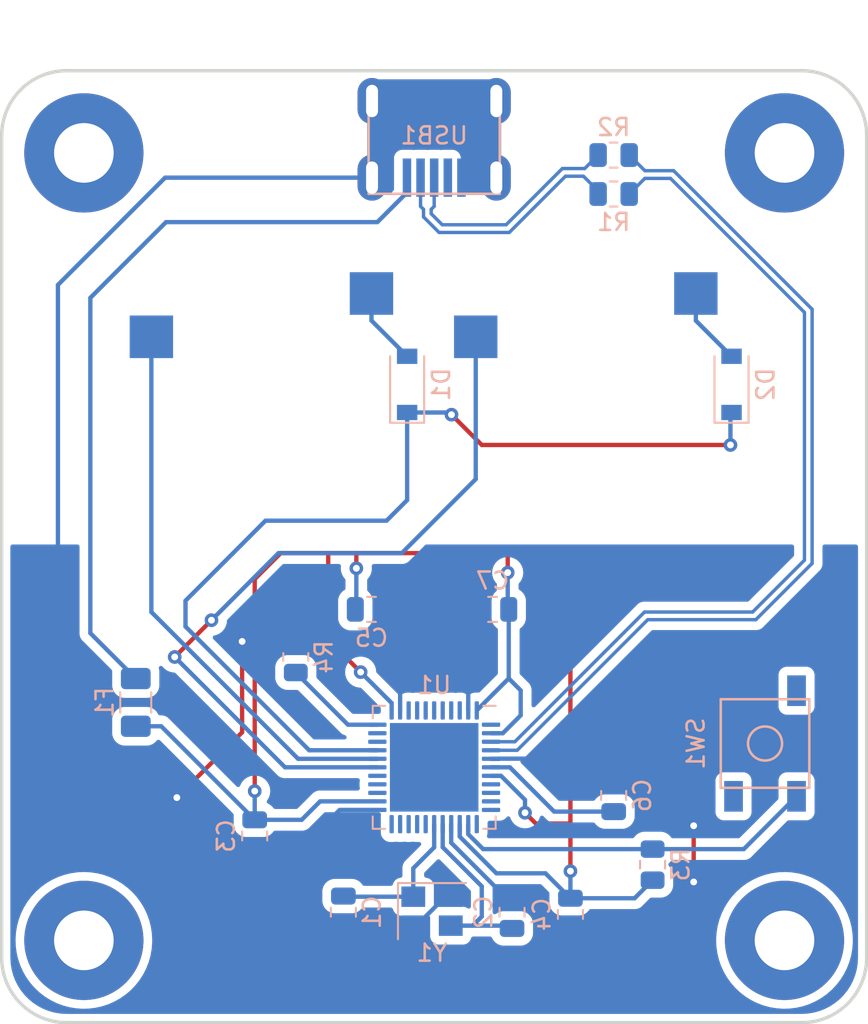
<source format=kicad_pcb>
(kicad_pcb (version 20211014) (generator pcbnew)
  (layers (0 "F.Cu" signal) (31 "B.Cu" signal) (34 "B.Paste" user) (35 "F.Paste" user) (36 "B.SilkS" user "B.Silkscreen") (37 "F.SilkS" user "F.Silkscreen") (38 "B.Mask" user) (39 "F.Mask" user) (44 "Edge.Cuts" user))
  (net 0 "")
  (net 1 "GND")
  (net 2 "Net-(C1-Pad2)")
  (net 3 "Net-(C2-Pad2)")
  (net 4 "+5V")
  (net 5 "Net-(C6-Pad1)")
  (net 6 "ROW0")
  (net 7 "Net-(D1-Pad2)")
  (net 8 "Net-(D2-Pad2)")
  (net 9 "VCC")
  (net 10 "COL0")
  (net 11 "COL1")
  (net 12 "D-")
  (net 13 "D+")
  (net 14 "Net-(R3-Pad2)")
  (net 15 "Net-(R4-Pad1)")
  (net 40 "Net-(R1-Pad2)")
  (net 41 "Net-(R2-Pad2)")
  (footprint "" (layer "F.Cu") (at 106.426 79.756)
    (fp_text reference "" (at 0 0) (layer "F.SilkS") (effects (font (size 1.27 1.27))))
    (fp_text value "" (at 0 0) (layer "F.SilkS") (effects (font (size 1.27 1.27))))
    (pad "1" thru_hole circle (at 0 0) (size 7 7) (drill 3.5) (layers F&B.Cu *.Mask))
  )
  (footprint "" (layer "F.Cu") (at 147.574 79.756)
    (fp_text reference "" (at 0 0) (layer "F.SilkS") (effects (font (size 1.27 1.27))))
    (fp_text value "" (at 0 0) (layer "F.SilkS") (effects (font (size 1.27 1.27))))
    (pad "1" thru_hole circle (at 0 0) (size 7 7) (drill 3.5) (layers F&B.Cu *.Mask))
  )
  (footprint "MX_Only:MXOnly-1U-Hotswap" (layer "F.Cu") (at 136.525 93.091)
    (fp_text reference "MX2")
    (fp_text value "MX-NoLED")
    (pad "" np_thru_hole circle locked (at 2.54 -5.08) (size 3 3) (drill 3) (layers *.Cu *.Mask))
    (pad "" np_thru_hole circle locked (at -3.81 -2.54) (size 3 3) (drill 3) (layers *.Cu *.Mask))
    (pad "" np_thru_hole circle locked (at 0 0) (size 3.9878 3.9878) (drill 3.9878) (layers *.Cu *.Mask))
    (pad "" np_thru_hole circle locked (at 5.08 0 48.0996) (size 1.75 1.75) (drill 1.75) (layers *.Cu *.Mask))
    (pad "" np_thru_hole circle locked (at -5.08 0 48.0996) (size 1.75 1.75) (drill 1.75) (layers *.Cu *.Mask))
    (pad "1" smd rect locked (at -7.085 -2.54) (size 2.55 2.5) (layers "B.Cu" "B.Paste" "B.Mask") (net 11 "COL1"))
    (pad "2" smd rect locked (at 5.842 -5.08) (size 2.55 2.5) (layers "B.Cu" "B.Paste" "B.Mask") (net 8 "Net-(D2-Pad2)"))
  )
  (footprint "" (layer "F.Cu") (at 147.574 125.984)
    (fp_text reference "" (at 0 0) (layer "F.SilkS") (effects (font (size 1.27 1.27))))
    (fp_text value "" (at 0 0) (layer "F.SilkS") (effects (font (size 1.27 1.27))))
    (pad "1" thru_hole circle (at 0 0) (size 7 7) (drill 3.5) (layers F&B.Cu *.Mask))
  )
  (footprint "" (layer "F.Cu") (at 106.426 125.984)
    (fp_text reference "" (at 0 0) (layer "F.SilkS") (effects (font (size 1.27 1.27))))
    (fp_text value "" (at 0 0) (layer "F.SilkS") (effects (font (size 1.27 1.27))))
    (pad "1" thru_hole circle (at 0 0) (size 7 7) (drill 3.5) (layers F&B.Cu *.Mask))
  )
  (footprint "MX_Only:MXOnly-1U-Hotswap" (layer "F.Cu") (at 117.475 93.091)
    (fp_text reference "MX1")
    (fp_text value "MX-NoLED")
    (pad "" np_thru_hole circle locked (at 5.08 0 48.0996) (size 1.75 1.75) (drill 1.75) (layers *.Cu *.Mask))
    (pad "" np_thru_hole circle locked (at 2.54 -5.08) (size 3 3) (drill 3) (layers *.Cu *.Mask))
    (pad "" np_thru_hole circle locked (at 0 0) (size 3.9878 3.9878) (drill 3.9878) (layers *.Cu *.Mask))
    (pad "" np_thru_hole circle locked (at -5.08 0 48.0996) (size 1.75 1.75) (drill 1.75) (layers *.Cu *.Mask))
    (pad "" np_thru_hole circle locked (at -3.81 -2.54) (size 3 3) (drill 3) (layers *.Cu *.Mask))
    (pad "1" smd rect locked (at -7.085 -2.54) (size 2.55 2.5) (layers "B.Cu" "B.Paste" "B.Mask") (net 10 "COL0"))
    (pad "2" smd rect locked (at 5.842 -5.08) (size 2.55 2.5) (layers "B.Cu" "B.Paste" "B.Mask") (net 7 "Net-(D1-Pad2)"))
  )
  (footprint "Resistor_SMD:R_0805_2012Metric" (layer "B.Cu") (at 137.541 82.169)
    (fp_text reference "R1" (at 0 1.65) (layer "B.SilkS") (effects (justify mirror)))
    (fp_text value "22")
    (fp_line (start -0.227064 -0.735) (end 0.227064 -0.735) (layer "B.SilkS") (width 0.12))
    (fp_line (start -0.227064 0.735) (end 0.227064 0.735) (layer "B.SilkS") (width 0.12))
    (pad "1" smd roundrect (at -0.9125 0) (size 1.025 1.4) (layers "B.Cu" "B.Paste" "B.Mask") (roundrect_rratio 0.243902439) (net 12 "D-"))
    (pad "2" smd roundrect (at 0.9125 0) (size 1.025 1.4) (layers "B.Cu" "B.Paste" "B.Mask") (roundrect_rratio 0.243902439) (net 40 "Net-(R1-Pad2)"))
  )
  (footprint "Capacitor_SMD:C_0805_2012Metric" (layer "B.Cu") (at 121.666 124.333 90)
    (fp_text reference "C1" (at 0 1.68 90) (layer "B.SilkS") (effects (justify mirror)))
    (fp_text value "22pF")
    (fp_line (start -0.261252 0.735) (end 0.261252 0.735) (layer "B.SilkS") (width 0.12))
    (fp_line (start -0.261252 -0.735) (end 0.261252 -0.735) (layer "B.SilkS") (width 0.12))
    (pad "1" smd roundrect (at -0.95 0 90) (size 1 1.45) (layers "B.Cu" "B.Paste" "B.Mask") (net 1 "GND"))
    (pad "2" smd roundrect (at 0.95 0 90) (size 1 1.45) (layers "B.Cu" "B.Paste" "B.Mask") (net 2 "Net-(C1-Pad2)"))
  )
  (footprint "Fuse:Fuse_1206_3216Metric" (layer "B.Cu") (at 109.474 112.014 -90)
    (fp_text reference "F1" (at 0 1.82 90) (layer "B.SilkS") (effects (justify mirror)))
    (fp_text value "500mA")
    (fp_line (start -0.602064 0.91) (end 0.602064 0.91) (layer "B.SilkS") (width 0.12))
    (fp_line (start -0.602064 -0.91) (end 0.602064 -0.91) (layer "B.SilkS") (width 0.12))
    (pad "1" smd roundrect (at -1.4 0 270) (size 1.25 1.75) (layers "B.Cu" "B.Paste" "B.Mask") (roundrect_rratio 0.2) (net 9 "VCC"))
    (pad "2" smd roundrect (at 1.4 0 270) (size 1.25 1.75) (layers "B.Cu" "B.Paste" "B.Mask") (roundrect_rratio 0.2) (net 4 "+5V"))
  )
  (footprint "Capacitor_SMD:C_0805_2012Metric" (layer "B.Cu") (at 135.001 124.46 -90)
    (fp_text reference "C4" (at 0 1.68 90) (layer "B.SilkS") (effects (justify mirror)))
    (fp_text value "0.1uF")
    (fp_line (start -0.261252 0.735) (end 0.261252 0.735) (layer "B.SilkS") (width 0.12))
    (fp_line (start -0.261252 -0.735) (end 0.261252 -0.735) (layer "B.SilkS") (width 0.12))
    (pad "1" smd roundrect (at -0.95 0 270) (size 1 1.45) (layers "B.Cu" "B.Paste" "B.Mask") (net 4 "+5V"))
    (pad "2" smd roundrect (at 0.95 0 270) (size 1 1.45) (layers "B.Cu" "B.Paste" "B.Mask") (net 1 "GND"))
  )
  (footprint "Resistor_SMD:R_0805_2012Metric" (layer "B.Cu") (at 139.827 121.539 90)
    (fp_text reference "R3" (at 0 1.65 90) (layer "B.SilkS") (effects (justify mirror)))
    (fp_text value "10k")
    (fp_line (start -0.227064 -0.735) (end 0.227064 -0.735) (layer "B.SilkS") (width 0.12))
    (fp_line (start -0.227064 0.735) (end 0.227064 0.735) (layer "B.SilkS") (width 0.12))
    (pad "1" smd roundrect (at -0.9125 0 90) (size 1.025 1.4) (layers "B.Cu" "B.Paste" "B.Mask") (roundrect_rratio 0.243902439) (net 4 "+5V"))
    (pad "2" smd roundrect (at 0.9125 0 90) (size 1.025 1.4) (layers "B.Cu" "B.Paste" "B.Mask") (roundrect_rratio 0.243902439) (net 14 "Net-(R3-Pad2)"))
  )
  (footprint "random-keyboard-parts:SKQG-1155865" (layer "B.Cu") (at 146.431 114.427 90)
    (fp_text reference "SW1" (at 0 -4.064 90) (layer "B.SilkS") (effects (justify mirror)))
    (fp_text value "SW_PUSH")
    (fp_line (start -2.6 2.6) (end 2.6 2.6) (layer "B.SilkS") (width 0.15))
    (fp_line (start 2.6 -2.6) (end -2.6 -2.6) (layer "B.SilkS") (width 0.15))
    (fp_line (start 2.6 2.6) (end 2.6 -2.6) (layer "B.SilkS") (width 0.15))
    (fp_line (start -2.6 -2.6) (end -2.6 2.6) (layer "B.SilkS") (width 0.15))
    (fp_circle (center 0 0) (end 1 0) (layer "B.SilkS") (width 0.15) (fill none))
    (pad "1" smd rect locked (at 3.1 -1.85 90) (size 1.8 1.1) (layers "B.Cu" "B.Paste" "B.Mask") (net 1 "GND"))
    (pad "2" smd rect locked (at -3.1 1.85 90) (size 1.8 1.1) (layers "B.Cu" "B.Paste" "B.Mask") (net 14 "Net-(R3-Pad2)"))
    (pad "3" smd rect locked (at 3.1 1.85 90) (size 1.8 1.1) (layers "B.Cu" "B.Paste" "B.Mask"))
    (pad "4" smd rect locked (at -3.1 -1.85 90) (size 1.8 1.1) (layers "B.Cu" "B.Paste" "B.Mask"))
  )
  (footprint "Capacitor_SMD:C_0805_2012Metric" (layer "B.Cu") (at 116.459 119.85625 -90)
    (fp_text reference "C3" (at 0 1.68 90) (layer "B.SilkS") (effects (justify mirror)))
    (fp_text value "0.1uF")
    (fp_line (start -0.261252 -0.735) (end 0.261252 -0.735) (layer "B.SilkS") (width 0.12))
    (fp_line (start -0.261252 0.735) (end 0.261252 0.735) (layer "B.SilkS") (width 0.12))
    (pad "1" smd roundrect (at -0.95 0 270) (size 1 1.45) (layers "B.Cu" "B.Paste" "B.Mask") (net 4 "+5V"))
    (pad "2" smd roundrect (at 0.95 0 270) (size 1 1.45) (layers "B.Cu" "B.Paste" "B.Mask") (net 1 "GND"))
  )
  (footprint "Capacitor_SMD:C_0805_2012Metric" (layer "B.Cu") (at 130.429 106.553 180)
    (fp_text reference "C7" (at 0 1.68) (layer "B.SilkS") (effects (justify mirror)))
    (fp_text value "10uF")
    (fp_line (start -0.261252 0.735) (end 0.261252 0.735) (layer "B.SilkS") (width 0.12))
    (fp_line (start -0.261252 -0.735) (end 0.261252 -0.735) (layer "B.SilkS") (width 0.12))
    (pad "1" smd roundrect (at -0.95 0 180) (size 1 1.45) (layers "B.Cu" "B.Paste" "B.Mask") (net 4 "+5V"))
    (pad "2" smd roundrect (at 0.95 0 180) (size 1 1.45) (layers "B.Cu" "B.Paste" "B.Mask") (net 1 "GND"))
  )
  (footprint "Diode_SMD:D_SOD-123" (layer "B.Cu") (at 144.4625 93.345 90)
    (fp_text reference "D2" (at 0 2 90) (layer "B.SilkS") (effects (justify mirror)))
    (fp_text value "SOD-123")
    (fp_line (start -2.25 -1) (end 1.65 -1) (layer "B.SilkS") (width 0.12))
    (fp_line (start -2.25 1) (end -2.25 -1) (layer "B.SilkS") (width 0.12))
    (fp_line (start -2.25 1) (end 1.65 1) (layer "B.SilkS") (width 0.12))
    (pad "1" smd rect (at -1.65 0 90) (size 0.9 1.2) (layers "B.Cu" "B.Paste" "B.Mask") (net 6 "ROW0"))
    (pad "2" smd rect (at 1.65 0 90) (size 0.9 1.2) (layers "B.Cu" "B.Paste" "B.Mask") (net 8 "Net-(D2-Pad2)"))
  )
  (footprint "random-keyboard-parts:Molex-0548190589" (layer "B.Cu") (at 127 76.708 -90)
    (fp_text reference "USB1" (at 2.032 0) (layer "B.SilkS") (effects (justify mirror)))
    (fp_text value "Molex-0548190589")
    (fp_line (start 5.45 3.85) (end 5.45 -3.85) (layer "B.SilkS") (width 0.15))
    (fp_line (start 0 -3.85) (end 5.45 -3.85) (layer "B.SilkS") (width 0.15))
    (fp_line (start 0 3.85) (end 5.45 3.85) (layer "B.SilkS") (width 0.15))
    (pad "1" smd rect locked (at 4.5 -1.6 270) (size 2.25 0.5) (layers "B.Cu" "B.Paste" "B.Mask") (net 1 "GND"))
    (pad "2" smd rect locked (at 4.5 -0.8 270) (size 2.25 0.5) (layers "B.Cu" "B.Paste" "B.Mask"))
    (pad "3" smd rect locked (at 4.5 0 270) (size 2.25 0.5) (layers "B.Cu" "B.Paste" "B.Mask") (net 13 "D+"))
    (pad "4" smd rect locked (at 4.5 0.8 270) (size 2.25 0.5) (layers "B.Cu" "B.Paste" "B.Mask") (net 12 "D-"))
    (pad "5" smd rect locked (at 4.5 1.6 270) (size 2.25 0.5) (layers "B.Cu" "B.Paste" "B.Mask") (net 9 "VCC"))
    (pad "6" thru_hole oval locked (at 0 3.65 270) (size 2.7 1.7) (drill oval 1.9 0.7) (layers *.Cu *.Mask) (net 1 "GND"))
    (pad "6" thru_hole oval locked (at 4.5 -3.65 270) (size 2.7 1.7) (drill oval 1.9 0.7) (layers *.Cu *.Mask) (net 1 "GND"))
    (pad "6" thru_hole oval locked (at 4.5 3.65 270) (size 2.7 1.7) (drill oval 1.9 0.7) (layers *.Cu *.Mask) (net 1 "GND"))
    (pad "6" thru_hole oval locked (at 0 -3.65 270) (size 2.7 1.7) (drill oval 1.9 0.7) (layers *.Cu *.Mask) (net 1 "GND"))
  )
  (footprint "Capacitor_SMD:C_0805_2012Metric" (layer "B.Cu") (at 131.572 124.333 -90)
    (fp_text reference "C2" (at 0 1.68 90) (layer "B.SilkS") (effects (justify mirror)))
    (fp_text value "22pF")
    (fp_line (start -0.261252 -0.735) (end 0.261252 -0.735) (layer "B.SilkS") (width 0.12))
    (fp_line (start -0.261252 0.735) (end 0.261252 0.735) (layer "B.SilkS") (width 0.12))
    (pad "1" smd roundrect (at -0.95 0 270) (size 1 1.45) (layers "B.Cu" "B.Paste" "B.Mask") (net 1 "GND"))
    (pad "2" smd roundrect (at 0.95 0 270) (size 1 1.45) (layers "B.Cu" "B.Paste" "B.Mask") (net 3 "Net-(C2-Pad2)"))
  )
  (footprint "Resistor_SMD:R_0805_2012Metric" (layer "B.Cu") (at 118.872 109.347 90)
    (fp_text reference "R4" (at 0 1.65 90) (layer "B.SilkS") (effects (justify mirror)))
    (fp_text value "10k")
    (fp_line (start -0.227064 0.735) (end 0.227064 0.735) (layer "B.SilkS") (width 0.12))
    (fp_line (start -0.227064 -0.735) (end 0.227064 -0.735) (layer "B.SilkS") (width 0.12))
    (pad "1" smd roundrect (at -0.9125 0 90) (size 1.025 1.4) (layers "B.Cu" "B.Paste" "B.Mask") (roundrect_rratio 0.243902439) (net 15 "Net-(R4-Pad1)"))
    (pad "2" smd roundrect (at 0.9125 0 90) (size 1.025 1.4) (layers "B.Cu" "B.Paste" "B.Mask") (roundrect_rratio 0.243902439) (net 1 "GND"))
  )
  (footprint "Diode_SMD:D_SOD-123" (layer "B.Cu") (at 125.4125 93.345 90)
    (fp_text reference "D1" (at 0 2 90) (layer "B.SilkS") (effects (justify mirror)))
    (fp_text value "SOD-123")
    (fp_line (start -2.25 -1) (end 1.65 -1) (layer "B.SilkS") (width 0.12))
    (fp_line (start -2.25 1) (end 1.65 1) (layer "B.SilkS") (width 0.12))
    (fp_line (start -2.25 1) (end -2.25 -1) (layer "B.SilkS") (width 0.12))
    (pad "1" smd rect (at -1.65 0 90) (size 0.9 1.2) (layers "B.Cu" "B.Paste" "B.Mask") (net 6 "ROW0"))
    (pad "2" smd rect (at 1.65 0 90) (size 0.9 1.2) (layers "B.Cu" "B.Paste" "B.Mask") (net 7 "Net-(D1-Pad2)"))
  )
  (footprint "Capacitor_SMD:C_0805_2012Metric" (layer "B.Cu") (at 123.317 106.553)
    (fp_text reference "C5" (at 0 1.68) (layer "B.SilkS") (effects (justify mirror)))
    (fp_text value "0.1uF")
    (fp_line (start -0.261252 0.735) (end 0.261252 0.735) (layer "B.SilkS") (width 0.12))
    (fp_line (start -0.261252 -0.735) (end 0.261252 -0.735) (layer "B.SilkS") (width 0.12))
    (pad "1" smd roundrect (at -0.95 0) (size 1 1.45) (layers "B.Cu" "B.Paste" "B.Mask") (net 4 "+5V"))
    (pad "2" smd roundrect (at 0.95 0) (size 1 1.45) (layers "B.Cu" "B.Paste" "B.Mask") (net 1 "GND"))
  )
  (footprint "Package_DFN_QFN:QFN-44-1EP_7x7mm_P0.5mm_EP5.2x5.2mm" (layer "B.Cu") (at 127 115.824 180)
    (fp_text reference "U1" (at 0 4.82) (layer "B.SilkS") (effects (justify mirror)))
    (fp_text value "ATmega32U4-M")
    (fp_line (start -3.61 -3.61) (end -3.61 -2.885) (layer "B.SilkS") (width 0.12))
    (fp_line (start 2.885 3.61) (end 3.61 3.61) (layer "B.SilkS") (width 0.12))
    (fp_line (start 2.885 -3.61) (end 3.61 -3.61) (layer "B.SilkS") (width 0.12))
    (fp_line (start 3.61 -3.61) (end 3.61 -2.885) (layer "B.SilkS") (width 0.12))
    (fp_line (start -2.885 -3.61) (end -3.61 -3.61) (layer "B.SilkS") (width 0.12))
    (fp_line (start 3.61 3.61) (end 3.61 2.885) (layer "B.SilkS") (width 0.12))
    (fp_line (start -2.885 3.61) (end -3.61 3.61) (layer "B.SilkS") (width 0.12))
    (pad "1" smd roundrect (at -3.3375 2.5 180) (size 1.075 0.25) (layers "B.Cu" "B.Paste" "B.Mask"))
    (pad "2" smd roundrect (at -3.3375 2 180) (size 1.075 0.25) (layers "B.Cu" "B.Paste" "B.Mask") (net 4 "+5V"))
    (pad "3" smd roundrect (at -3.3375 1.5 180) (size 1.075 0.25) (layers "B.Cu" "B.Paste" "B.Mask") (net 40 "Net-(R1-Pad2)"))
    (pad "4" smd roundrect (at -3.3375 1 180) (size 1.075 0.25) (layers "B.Cu" "B.Paste" "B.Mask") (net 41 "Net-(R2-Pad2)"))
    (pad "5" smd roundrect (at -3.3375 0.5 180) (size 1.075 0.25) (layers "B.Cu" "B.Paste" "B.Mask") (net 1 "GND"))
    (pad "6" smd roundrect (at -3.3375 0 180) (size 1.075 0.25) (layers "B.Cu" "B.Paste" "B.Mask") (net 5 "Net-(C6-Pad1)"))
    (pad "7" smd roundrect (at -3.3375 -0.5 180) (size 1.075 0.25) (layers "B.Cu" "B.Paste" "B.Mask") (net 4 "+5V"))
    (pad "8" smd roundrect (at -3.3375 -1 180) (size 1.075 0.25) (layers "B.Cu" "B.Paste" "B.Mask"))
    (pad "9" smd roundrect (at -3.3375 -1.5 180) (size 1.075 0.25) (layers "B.Cu" "B.Paste" "B.Mask"))
    (pad "10" smd roundrect (at -3.3375 -2 180) (size 1.075 0.25) (layers "B.Cu" "B.Paste" "B.Mask"))
    (pad "11" smd roundrect (at -3.3375 -2.5 180) (size 1.075 0.25) (layers "B.Cu" "B.Paste" "B.Mask"))
    (pad "12" smd roundrect (at -2.5 -3.3375 180) (size 0.25 1.075) (layers "B.Cu" "B.Paste" "B.Mask"))
    (pad "13" smd roundrect (at -2 -3.3375 180) (size 0.25 1.075) (layers "B.Cu" "B.Paste" "B.Mask") (net 14 "Net-(R3-Pad2)"))
    (pad "14" smd roundrect (at -1.5 -3.3375 180) (size 0.25 1.075) (layers "B.Cu" "B.Paste" "B.Mask") (net 4 "+5V"))
    (pad "15" smd roundrect (at -1 -3.3375 180) (size 0.25 1.075) (layers "B.Cu" "B.Paste" "B.Mask") (net 1 "GND"))
    (pad "16" smd roundrect (at -0.5 -3.3375 180) (size 0.25 1.075) (layers "B.Cu" "B.Paste" "B.Mask") (net 3 "Net-(C2-Pad2)"))
    (pad "17" smd roundrect (at 0 -3.3375 180) (size 0.25 1.075) (layers "B.Cu" "B.Paste" "B.Mask") (net 2 "Net-(C1-Pad2)"))
    (pad "18" smd roundrect (at 0.5 -3.3375 180) (size 0.25 1.075) (layers "B.Cu" "B.Paste" "B.Mask"))
    (pad "19" smd roundrect (at 1 -3.3375 180) (size 0.25 1.075) (layers "B.Cu" "B.Paste" "B.Mask"))
    (pad "20" smd roundrect (at 1.5 -3.3375 180) (size 0.25 1.075) (layers "B.Cu" "B.Paste" "B.Mask"))
    (pad "21" smd roundrect (at 2 -3.3375 180) (size 0.25 1.075) (layers "B.Cu" "B.Paste" "B.Mask"))
    (pad "22" smd roundrect (at 2.5 -3.3375 180) (size 0.25 1.075) (layers "B.Cu" "B.Paste" "B.Mask"))
    (pad "23" smd roundrect (at 3.3375 -2.5 180) (size 1.075 0.25) (layers "B.Cu" "B.Paste" "B.Mask") (net 1 "GND"))
    (pad "24" smd roundrect (at 3.3375 -2 180) (size 1.075 0.25) (layers "B.Cu" "B.Paste" "B.Mask") (net 4 "+5V"))
    (pad "25" smd roundrect (at 3.3375 -1.5 180) (size 1.075 0.25) (layers "B.Cu" "B.Paste" "B.Mask"))
    (pad "26" smd roundrect (at 3.3375 -1 180) (size 1.075 0.25) (layers "B.Cu" "B.Paste" "B.Mask"))
    (pad "27" smd roundrect (at 3.3375 -0.5 180) (size 1.075 0.25) (layers "B.Cu" "B.Paste" "B.Mask"))
    (pad "28" smd roundrect (at 3.3375 0 180) (size 1.075 0.25) (layers "B.Cu" "B.Paste" "B.Mask") (net 11 "COL1"))
    (pad "29" smd roundrect (at 3.3375 0.5 180) (size 1.075 0.25) (layers "B.Cu" "B.Paste" "B.Mask") (net 10 "COL0"))
    (pad "30" smd roundrect (at 3.3375 1 180) (size 1.075 0.25) (layers "B.Cu" "B.Paste" "B.Mask") (net 6 "ROW0"))
    (pad "31" smd roundrect (at 3.3375 1.5 180) (size 1.075 0.25) (layers "B.Cu" "B.Paste" "B.Mask"))
    (pad "32" smd roundrect (at 3.3375 2 180) (size 1.075 0.25) (layers "B.Cu" "B.Paste" "B.Mask"))
    (pad "33" smd roundrect (at 3.3375 2.5 180) (size 1.075 0.25) (layers "B.Cu" "B.Paste" "B.Mask") (net 15 "Net-(R4-Pad1)"))
    (pad "34" smd roundrect (at 2.5 3.3375 180) (size 0.25 1.075) (layers "B.Cu" "B.Paste" "B.Mask") (net 4 "+5V"))
    (pad "35" smd roundrect (at 2 3.3375 180) (size 0.25 1.075) (layers "B.Cu" "B.Paste" "B.Mask") (net 1 "GND"))
    (pad "36" smd roundrect (at 1.5 3.3375 180) (size 0.25 1.075) (layers "B.Cu" "B.Paste" "B.Mask"))
    (pad "37" smd roundrect (at 1 3.3375 180) (size 0.25 1.075) (layers "B.Cu" "B.Paste" "B.Mask"))
    (pad "38" smd roundrect (at 0.5 3.3375 180) (size 0.25 1.075) (layers "B.Cu" "B.Paste" "B.Mask"))
    (pad "39" smd roundrect (at 0 3.3375 180) (size 0.25 1.075) (layers "B.Cu" "B.Paste" "B.Mask"))
    (pad "40" smd roundrect (at -0.5 3.3375 180) (size 0.25 1.075) (layers "B.Cu" "B.Paste" "B.Mask"))
    (pad "41" smd roundrect (at -1 3.3375 180) (size 0.25 1.075) (layers "B.Cu" "B.Paste" "B.Mask"))
    (pad "42" smd roundrect (at -1.5 3.3375 180) (size 0.25 1.075) (layers "B.Cu" "B.Paste" "B.Mask"))
    (pad "43" smd roundrect (at -2 3.3375 180) (size 0.25 1.075) (layers "B.Cu" "B.Paste" "B.Mask") (net 1 "GND"))
    (pad "44" smd roundrect (at -2.5 3.3375 180) (size 0.25 1.075) (layers "B.Cu" "B.Paste" "B.Mask") (net 4 "+5V"))
    (pad "45" smd rect (at 0 0 180) (size 5.2 5.2) (layers "B.Cu" "B.Mask"))
  )
  (footprint "Crystal:Crystal_SMD_3225-4Pin_3.2x2.5mm" (layer "B.Cu") (at 126.873 124.2695)
    (fp_text reference "Y1" (at 0 2.45) (layer "B.SilkS") (effects (justify mirror)))
    (fp_text value "16MHz")
    (fp_line (start -2 1.65) (end -2 -1.65) (layer "B.SilkS") (width 0.12))
    (fp_line (start -2 -1.65) (end 2 -1.65) (layer "B.SilkS") (width 0.12))
    (pad "1" smd rect (at -1.1 -0.85) (size 1.4 1.2) (layers "B.Cu" "B.Paste" "B.Mask") (net 2 "Net-(C1-Pad2)"))
    (pad "2" smd rect (at 1.1 -0.85) (size 1.4 1.2) (layers "B.Cu" "B.Paste" "B.Mask") (net 1 "GND"))
    (pad "3" smd rect (at 1.1 0.85) (size 1.4 1.2) (layers "B.Cu" "B.Paste" "B.Mask") (net 3 "Net-(C2-Pad2)"))
    (pad "4" smd rect (at -1.1 0.85) (size 1.4 1.2) (layers "B.Cu" "B.Paste" "B.Mask") (net 1 "GND"))
  )
  (footprint "Resistor_SMD:R_0805_2012Metric" (layer "B.Cu") (at 137.541 79.883)
    (fp_text reference "R2" (at 0 -1.633) (layer "B.SilkS") (effects (justify mirror)))
    (fp_text value "22")
    (fp_line (start -0.227064 -0.735) (end 0.227064 -0.735) (layer "B.SilkS") (width 0.12))
    (fp_line (start -0.227064 0.735) (end 0.227064 0.735) (layer "B.SilkS") (width 0.12))
    (pad "1" smd roundrect (at -0.9125 0) (size 1.025 1.4) (layers "B.Cu" "B.Paste" "B.Mask") (roundrect_rratio 0.243902439) (net 13 "D+"))
    (pad "2" smd roundrect (at 0.9125 0) (size 1.025 1.4) (layers "B.Cu" "B.Paste" "B.Mask") (roundrect_rratio 0.243902439) (net 41 "Net-(R2-Pad2)"))
  )
  (footprint "Capacitor_SMD:C_0805_2012Metric" (layer "B.Cu") (at 137.541 117.475 90)
    (fp_text reference "C6" (at 0 1.68 90) (layer "B.SilkS") (effects (justify mirror)))
    (fp_text value "1uF")
    (fp_line (start -0.261252 0.735) (end 0.261252 0.735) (layer "B.SilkS") (width 0.12))
    (fp_line (start -0.261252 -0.735) (end 0.261252 -0.735) (layer "B.SilkS") (width 0.12))
    (pad "1" smd roundrect (at -0.95 0 90) (size 1 1.45) (layers "B.Cu" "B.Paste" "B.Mask") (net 5 "Net-(C6-Pad1)"))
    (pad "2" smd roundrect (at 0.95 0 90) (size 1 1.45) (layers "B.Cu" "B.Paste" "B.Mask") (net 1 "GND"))
  )
  (gr_line (start 148.59 130.81) (end 105.41 130.81) (layer "Edge.Cuts") (width 0.2))
  (gr_line (start 101.6 127) (end 101.6 78.74) (layer "Edge.Cuts") (width 0.2))
  (gr_arc (start 101.6 78.74) (mid 102.715923 76.045923) (end 105.41 74.93) (layer "Edge.Cuts") (width 0.2))
  (gr_arc (start 105.41 130.81) (mid 102.715923 129.694077) (end 101.6 127) (layer "Edge.Cuts") (width 0.2))
  (gr_line (start 152.4 78.74) (end 152.4 127) (layer "Edge.Cuts") (width 0.2))
  (gr_line (start 105.41 74.93) (end 148.59 74.93) (layer "Edge.Cuts") (width 0.2))
  (gr_arc (start 152.4 127) (mid 151.284077 129.694077) (end 148.59 130.81) (layer "Edge.Cuts") (width 0.2))
  (gr_arc (start 148.59 74.93) (mid 151.284077 76.045923) (end 152.4 78.74) (layer "Edge.Cuts") (width 0.2))
  (segment (start 142.24 119.253) (end 142.24 122.555) (width 0.254) (layer "F.Cu") (net 1))
  (segment (start 115.7205 113.7685) (end 115.7205 108.4345) (width 0.254) (layer "F.Cu") (net 1))
  (segment (start 111.887 117.602) (end 115.7205 113.7685) (width 0.254) (layer "F.Cu") (net 1))
  (via (at 142.24 119.253) (size 0.8) (drill 0.4) (layers "F.Cu" "B.Cu") (net 1))
  (via (at 142.24 122.555) (size 0.8) (drill 0.4) (layers "F.Cu" "B.Cu") (net 1))
  (via (at 115.7205 108.4345) (size 0.8) (drill 0.4) (layers "F.Cu" "B.Cu") (net 1))
  (via (at 111.887 117.602) (size 0.8) (drill 0.4) (layers "F.Cu" "B.Cu") (net 1))
  (segment (start 130.3375 115.324) (end 130.802 115.324) (width 0.254) (layer "B.Cu") (net 1))
  (segment (start 121.8295 125.1195) (end 125.773 125.1195) (width 0.254) (layer "B.Cu") (net 1))
  (segment (start 115.09125 120.80625) (end 111.887 117.602) (width 0.254) (layer "B.Cu") (net 1))
  (segment (start 125.9595 125.1195) (end 125.773 125.1195) (width 0.254) (layer "B.Cu") (net 1))
  (segment (start 128 119.1615) (end 128 120.253) (width 0.254) (layer "B.Cu") (net 1))
  (segment (start 123.35 76.708) (end 123.35 81.208) (width 0.254) (layer "B.Cu") (net 1))
  (segment (start 130.81 115.316) (end 136.332 115.316) (width 0.254) (layer "B.Cu") (net 1))
  (segment (start 139.512 116.525) (end 142.24 119.253) (width 0.254) (layer "B.Cu") (net 1))
  (segment (start 129 112.4865) (end 129 107.032) (width 0.254) (layer "B.Cu") (net 1))
  (segment (start 121.666 125.283) (end 121.8295 125.1195) (width 0.254) (layer "B.Cu") (net 1))
  (segment (start 137.541 116.525) (end 139.512 116.525) (width 0.254) (layer "B.Cu") (net 1))
  (segment (start 135.001 126.619) (end 135.001 125.41) (width 0.254) (layer "B.Cu") (net 1))
  (segment (start 142.739 111.327) (end 144.581 111.327) (width 0.254) (layer "B.Cu") (net 1))
  (segment (start 125.773 125.1195) (end 125.773 127.297) (width 0.254) (layer "B.Cu") (net 1))
  (segment (start 130.802 115.324) (end 130.81 115.316) (width 0.254) (layer "B.Cu") (net 1))
  (segment (start 130.65 81.208) (end 130.65 76.708) (width 0.254) (layer "B.Cu") (net 1))
  (segment (start 125 109.586) (end 123.8485 108.4345) (width 0.254) (layer "B.Cu") (net 1))
  (segment (start 128 120.253) (end 131.13 123.383) (width 0.254) (layer "B.Cu") (net 1))
  (segment (start 123.35 76.708) (end 130.65 76.708) (width 0.254) (layer "B.Cu") (net 1))
  (segment (start 124.267 108.016) (end 124.267 106.553) (width 0.254) (layer "B.Cu") (net 1))
  (segment (start 127.6595 123.4195) (end 125.9595 125.1195) (width 0.254) (layer "B.Cu") (net 1))
  (segment (start 126.492 128.016) (end 133.604 128.016) (width 0.254) (layer "B.Cu") (net 1))
  (segment (start 129 107.032) (end 129.479 106.553) (width 0.254) (layer "B.Cu") (net 1))
  (segment (start 142.24 123.1265) (end 142.24 122.555) (width 0.254) (layer "B.Cu") (net 1))
  (segment (start 135.001 125.41) (end 134.427 125.41) (width 0.254) (layer "B.Cu") (net 1))
  (segment (start 134.427 125.41) (end 132.4 123.383) (width 0.254) (layer "B.Cu") (net 1))
  (segment (start 131.13 123.383) (end 131.572 123.383) (width 0.254) (layer "B.Cu") (net 1))
  (segment (start 121.452 118.324) (end 118.96975 120.80625) (width 0.254) (layer "B.Cu") (net 1))
  (segment (start 125.773 127.297) (end 126.492 128.016) (width 0.254) (layer "B.Cu") (net 1))
  (segment (start 135.001 125.41) (end 139.9565 125.41) (width 0.254) (layer "B.Cu") (net 1))
  (segment (start 125 112.4865) (end 125 109.586) (width 0.254) (layer "B.Cu") (net 1))
  (segment (start 123.8485 108.4345) (end 124.267 108.016) (width 0.254) (layer "B.Cu") (net 1))
  (segment (start 104.902 112.395) (end 104.902 87.503) (width 0.254) (layer "B.Cu") (net 1))
  (segment (start 118.96975 120.80625) (end 116.459 120.80625) (width 0.254) (layer "B.Cu") (net 1))
  (segment (start 116.459 120.80625) (end 115.09125 120.80625) (width 0.254) (layer "B.Cu") (net 1))
  (segment (start 116.459 120.80625) (end 116.459 122.936) (width 0.254) (layer "B.Cu") (net 1))
  (segment (start 124.267 106.553) (end 129.479 106.553) (width 0.254) (layer "B.Cu") (net 1))
  (segment (start 136.332 115.316) (end 137.541 116.525) (width 0.254) (layer "B.Cu") (net 1))
  (segment (start 133.604 128.016) (end 135.001 126.619) (width 0.254) (layer "B.Cu") (net 1))
  (segment (start 111.197 81.208) (end 123.35 81.208) (width 0.254) (layer "B.Cu") (net 1))
  (segment (start 118.806 125.283) (end 121.666 125.283) (width 0.254) (layer "B.Cu") (net 1))
  (segment (start 123.6625 118.324) (end 121.452 118.324) (width 0.254) (layer "B.Cu") (net 1))
  (segment (start 118.872 108.4345) (end 123.8485 108.4345) (width 0.254) (layer "B.Cu") (net 1))
  (segment (start 128.6 81.208) (end 130.65 81.208) (width 0.254) (layer "B.Cu") (net 1))
  (segment (start 137.541 116.525) (end 142.739 111.327) (width 0.254) (layer "B.Cu") (net 1))
  (segment (start 111.887 117.602) (end 110.109 117.602) (width 0.254) (layer "B.Cu") (net 1))
  (segment (start 110.109 117.602) (end 104.902 112.395) (width 0.254) (layer "B.Cu") (net 1))
  (segment (start 116.459 122.936) (end 118.806 125.283) (width 0.254) (layer "B.Cu") (net 1))
  (segment (start 104.902 87.503) (end 111.197 81.208) (width 0.254) (layer "B.Cu") (net 1))
  (segment (start 139.9565 125.41) (end 142.24 123.1265) (width 0.254) (layer "B.Cu") (net 1))
  (segment (start 127.973 123.4195) (end 127.6595 123.4195) (width 0.254) (layer "B.Cu") (net 1))
  (segment (start 132.4 123.383) (end 131.572 123.383) (width 0.254) (layer "B.Cu") (net 1))
  (segment (start 115.7205 108.4345) (end 118.872 108.4345) (width 0.254) (layer "B.Cu") (net 1))
  (segment (start 127 119.1615) (end 127 120.523) (width 0.254) (layer "B.Cu") (net 2))
  (segment (start 121.666 123.383) (end 121.7025 123.4195) (width 0.254) (layer "B.Cu") (net 2))
  (segment (start 125.773 121.75) (end 125.773 123.4195) (width 0.254) (layer "B.Cu") (net 2))
  (segment (start 127 120.523) (end 125.773 121.75) (width 0.254) (layer "B.Cu") (net 2))
  (segment (start 121.7025 123.4195) (end 125.773 123.4195) (width 0.254) (layer "B.Cu") (net 2))
  (segment (start 127.5 119.1615) (end 127.5 120.515) (width 0.254) (layer "B.Cu") (net 3))
  (segment (start 129.794 124.587) (end 129.2615 125.1195) (width 0.254) (layer "B.Cu") (net 3))
  (segment (start 131.572 125.283) (end 131.4085 125.1195) (width 0.254) (layer "B.Cu") (net 3))
  (segment (start 127.5 120.515) (end 129.794 122.809) (width 0.254) (layer "B.Cu") (net 3))
  (segment (start 131.4085 125.1195) (end 130.0725 125.1195) (width 0.254) (layer "B.Cu") (net 3))
  (segment (start 129.2615 125.1195) (end 127.973 125.1195) (width 0.254) (layer "B.Cu") (net 3))
  (segment (start 130.0725 125.1195) (end 127.973 125.1195) (width 0.254) (layer "B.Cu") (net 3))
  (segment (start 129.794 122.809) (end 129.794 124.587) (width 0.254) (layer "B.Cu") (net 3))
  (segment (start 131.318 103.251) (end 131.699 103.251) (width 0.254) (layer "F.Cu") (net 4))
  (segment (start 116.459 117.221) (end 116.459 104.775) (width 0.254) (layer "F.Cu") (net 4))
  (segment (start 120.777 103.251) (end 120.777 108.331) (width 0.254) (layer "F.Cu") (net 4))
  (segment (start 135.001 106.553) (end 135.001 119.126) (width 0.254) (layer "F.Cu") (net 4))
  (segment (start 135.001 119.126) (end 132.969 119.126) (width 0.254) (layer "F.Cu") (net 4))
  (segment (start 117.983 103.251) (end 120.777 103.251) (width 0.254) (layer "F.Cu") (net 4))
  (segment (start 135.001 121.92) (end 135.001 119.126) (width 0.254) (layer "F.Cu") (net 4))
  (segment (start 132.969 119.126) (end 132.334 118.491) (width 0.254) (layer "F.Cu") (net 4))
  (segment (start 116.459 104.775) (end 117.983 103.251) (width 0.254) (layer "F.Cu") (net 4))
  (segment (start 120.777 108.331) (end 122.682 110.236) (width 0.254) (layer "F.Cu") (net 4))
  (segment (start 122.428 103.251) (end 131.318 103.251) (width 0.254) (layer "F.Cu") (net 4))
  (segment (start 131.699 103.251) (end 135.001 106.553) (width 0.254) (layer "F.Cu") (net 4))
  (segment (start 122.428 103.251) (end 122.428 104.14) (width 0.254) (layer "F.Cu") (net 4))
  (segment (start 120.777 103.251) (end 122.428 103.251) (width 0.254) (layer "F.Cu") (net 4))
  (segment (start 131.318 103.251) (end 131.318 104.394) (width 0.254) (layer "F.Cu") (net 4))
  (via (at 132.334 118.491) (size 0.8) (drill 0.4) (layers "F.Cu" "B.Cu") (net 4))
  (via (at 122.428 104.14) (size 0.8) (drill 0.4) (layers "F.Cu" "B.Cu") (net 4))
  (via (at 122.682 110.236) (size 0.8) (drill 0.4) (layers "F.Cu" "B.Cu") (net 4))
  (via (at 131.318 104.394) (size 0.8) (drill 0.4) (layers "F.Cu" "B.Cu") (net 4))
  (via (at 116.459 117.221) (size 0.8) (drill 0.4) (layers "F.Cu" "B.Cu") (net 4))
  (via (at 135.001 121.92) (size 0.8) (drill 0.4) (layers "F.Cu" "B.Cu") (net 4))
  (segment (start 129.5 112.4865) (end 131.379 110.6075) (width 0.254) (layer "B.Cu") (net 4))
  (segment (start 133.538 122.047) (end 135.001 123.51) (width 0.254) (layer "B.Cu") (net 4))
  (segment (start 130.925836 116.324) (end 130.3375 116.324) (width 0.254) (layer "B.Cu") (net 4))
  (segment (start 122.428 104.14) (end 122.428 106.492) (width 0.254) (layer "B.Cu") (net 4))
  (segment (start 128.5 119.891888) (end 130.655112 122.047) (width 0.254) (layer "B.Cu") (net 4))
  (segment (start 131.318 106.492) (end 131.379 106.553) (width 0.254) (layer "B.Cu") (net 4))
  (segment (start 119.21875 118.90625) (end 116.459 118.90625) (width 0.254) (layer "B.Cu") (net 4))
  (segment (start 130.3375 113.824) (end 131.032 113.824) (width 0.254) (layer "B.Cu") (net 4))
  (segment (start 138.7685 123.51) (end 139.827 122.4515) (width 0.254) (layer "B.Cu") (net 4))
  (segment (start 132.334 117.732164) (end 130.925836 116.324) (width 0.254) (layer "B.Cu") (net 4))
  (segment (start 135.001 123.51) (end 138.7685 123.51) (width 0.254) (layer "B.Cu") (net 4))
  (segment (start 120.301 117.824) (end 119.21875 118.90625) (width 0.254) (layer "B.Cu") (net 4))
  (segment (start 122.682 110.236) (end 124.5 112.054) (width 0.254) (layer "B.Cu") (net 4))
  (segment (start 124.5 112.054) (end 124.5 112.4865) (width 0.254) (layer "B.Cu") (net 4))
  (segment (start 131.318 104.394) (end 131.318 106.492) (width 0.254) (layer "B.Cu") (net 4))
  (segment (start 123.6625 117.824) (end 120.301 117.824) (width 0.254) (layer "B.Cu") (net 4))
  (segment (start 110.96675 113.414) (end 116.459 118.90625) (width 0.254) (layer "B.Cu") (net 4))
  (segment (start 132.08 111.3085) (end 131.379 110.6075) (width 0.254) (layer "B.Cu") (net 4))
  (segment (start 135.001 123.51) (end 135.001 121.92) (width 0.254) (layer "B.Cu") (net 4))
  (segment (start 122.428 106.492) (end 122.367 106.553) (width 0.254) (layer "B.Cu") (net 4))
  (segment (start 132.334 118.491) (end 132.334 117.732164) (width 0.254) (layer "B.Cu") (net 4))
  (segment (start 128.5 119.1615) (end 128.5 119.891888) (width 0.254) (layer "B.Cu") (net 4))
  (segment (start 116.459 118.90625) (end 116.459 117.221) (width 0.254) (layer "B.Cu") (net 4))
  (segment (start 131.032 113.824) (end 132.08 112.776) (width 0.254) (layer "B.Cu") (net 4))
  (segment (start 130.655112 122.047) (end 133.538 122.047) (width 0.254) (layer "B.Cu") (net 4))
  (segment (start 132.08 112.776) (end 132.08 111.3085) (width 0.254) (layer "B.Cu") (net 4))
  (segment (start 109.474 113.414) (end 110.96675 113.414) (width 0.254) (layer "B.Cu") (net 4))
  (segment (start 131.379 110.6075) (end 131.379 106.553) (width 0.254) (layer "B.Cu") (net 4))
  (segment (start 134.046 118.425) (end 137.541 118.425) (width 0.254) (layer "B.Cu") (net 5))
  (segment (start 131.445 115.824) (end 134.046 118.425) (width 0.254) (layer "B.Cu") (net 5))
  (segment (start 130.3375 115.824) (end 131.445 115.824) (width 0.254) (layer "B.Cu") (net 5))
  (segment (start 129.794 96.901) (end 144.399 96.901) (width 0.254) (layer "F.Cu") (net 6))
  (segment (start 128.016 95.123) (end 129.794 96.901) (width 0.254) (layer "F.Cu") (net 6))
  (via (at 128.016 95.123) (size 0.8) (drill 0.4) (layers "F.Cu" "B.Cu") (net 6))
  (via (at 144.399 96.901) (size 0.8) (drill 0.4) (layers "F.Cu" "B.Cu") (net 6))
  (segment (start 125.4125 94.995) (end 127.888 94.995) (width 0.254) (layer "B.Cu") (net 6))
  (segment (start 127.888 94.995) (end 128.016 95.123) (width 0.254) (layer "B.Cu") (net 6))
  (segment (start 144.399 95.0585) (end 144.4625 94.995) (width 0.254) (layer "B.Cu") (net 6))
  (segment (start 117.094 101.346) (end 124.206 101.346) (width 0.254) (layer "B.Cu") (net 6))
  (segment (start 125.4125 100.1395) (end 125.4125 94.995) (width 0.254) (layer "B.Cu") (net 6))
  (segment (start 124.206 101.346) (end 125.4125 100.1395) (width 0.254) (layer "B.Cu") (net 6))
  (segment (start 119.657052 114.824) (end 112.395 107.561948) (width 0.254) (layer "B.Cu") (net 6))
  (segment (start 123.6625 114.824) (end 119.657052 114.824) (width 0.254) (layer "B.Cu") (net 6))
  (segment (start 112.395 107.561948) (end 112.395 106.045) (width 0.254) (layer "B.Cu") (net 6))
  (segment (start 112.395 106.045) (end 117.094 101.346) (width 0.254) (layer "B.Cu") (net 6))
  (segment (start 144.399 96.901) (end 144.399 95.0585) (width 0.254) (layer "B.Cu") (net 6))
  (segment (start 123.317 88.011) (end 123.317 89.5995) (width 0.254) (layer "B.Cu") (net 7))
  (segment (start 123.317 89.5995) (end 125.4125 91.695) (width 0.254) (layer "B.Cu") (net 7))
  (segment (start 142.367 88.011) (end 142.367 89.5995) (width 0.254) (layer "B.Cu") (net 8))
  (segment (start 142.367 89.5995) (end 144.4625 91.695) (width 0.254) (layer "B.Cu") (net 8))
  (segment (start 111.252 83.82) (end 106.807 88.265) (width 0.254) (layer "B.Cu") (net 9))
  (segment (start 106.807 107.947) (end 109.474 110.614) (width 0.254) (layer "B.Cu") (net 9))
  (segment (start 123.663 83.82) (end 111.252 83.82) (width 0.254) (layer "B.Cu") (net 9))
  (segment (start 125.4 82.083) (end 123.663 83.82) (width 0.254) (layer "B.Cu") (net 9))
  (segment (start 106.807 88.265) (end 106.807 107.947) (width 0.254) (layer "B.Cu") (net 9))
  (segment (start 125.4 81.208) (end 125.4 82.083) (width 0.254) (layer "B.Cu") (net 9))
  (segment (start 119.007 115.324) (end 123.6625 115.324) (width 0.254) (layer "B.Cu") (net 10))
  (segment (start 110.39 90.551) (end 110.39 106.707) (width 0.254) (layer "B.Cu") (net 10))
  (segment (start 110.39 106.707) (end 119.007 115.324) (width 0.254) (layer "B.Cu") (net 10))
  (segment (start 113.919 107.188) (end 111.76 109.347) (width 0.254) (layer "F.Cu") (net 11))
  (via (at 113.919 107.188) (size 0.8) (drill 0.4) (layers "F.Cu" "B.Cu") (net 11))
  (via (at 111.76 109.347) (size 0.8) (drill 0.4) (layers "F.Cu" "B.Cu") (net 11))
  (segment (start 125.095 103.251) (end 117.856 103.251) (width 0.254) (layer "B.Cu") (net 11))
  (segment (start 129.44 90.551) (end 129.44 98.906) (width 0.254) (layer "B.Cu") (net 11))
  (segment (start 129.44 98.906) (end 125.095 103.251) (width 0.254) (layer "B.Cu") (net 11))
  (segment (start 118.237 115.824) (end 123.6625 115.824) (width 0.254) (layer "B.Cu") (net 11))
  (segment (start 111.76 109.347) (end 118.237 115.824) (width 0.254) (layer "B.Cu") (net 11))
  (segment (start 117.856 103.251) (end 113.919 107.188) (width 0.254) (layer "B.Cu") (net 11))
  (segment (start 126.375 83.070501) (end 126.375 83.5132) (width 0.2) (layer "B.Cu") (net 12))
  (segment (start 135.763 81.124) (end 136.6285 81.9895) (width 0.2) (layer "B.Cu") (net 12))
  (segment (start 126.2 82.895501) (end 126.375 83.070501) (width 0.2) (layer "B.Cu") (net 12))
  (segment (start 134.7132 81.124) (end 135.763 81.124) (width 0.2) (layer "B.Cu") (net 12))
  (segment (start 126.375 83.5132) (end 127.2878 84.426) (width 0.2) (layer "B.Cu") (net 12))
  (segment (start 127.2878 84.426) (end 131.4112 84.426) (width 0.2) (layer "B.Cu") (net 12))
  (segment (start 131.4112 84.426) (end 134.7132 81.124) (width 0.2) (layer "B.Cu") (net 12))
  (segment (start 126.2 81.208) (end 126.2 82.895501) (width 0.2) (layer "B.Cu") (net 12))
  (segment (start 136.6285 81.9895) (end 136.6285 82.169) (width 0.2) (layer "B.Cu") (net 12))
  (segment (start 126.825 83.3268) (end 127.4742 83.976) (width 0.2) (layer "B.Cu") (net 13))
  (segment (start 135.8375 80.674) (end 136.6285 79.883) (width 0.2) (layer "B.Cu") (net 13))
  (segment (start 127 81.208) (end 127 82.895501) (width 0.2) (layer "B.Cu") (net 13))
  (segment (start 134.5268 80.674) (end 135.8375 80.674) (width 0.2) (layer "B.Cu") (net 13))
  (segment (start 131.2248 83.976) (end 134.5268 80.674) (width 0.2) (layer "B.Cu") (net 13))
  (segment (start 127.4742 83.976) (end 131.2248 83.976) (width 0.2) (layer "B.Cu") (net 13))
  (segment (start 126.825 83.070501) (end 126.825 83.3268) (width 0.2) (layer "B.Cu") (net 13))
  (segment (start 127 82.895501) (end 126.825 83.070501) (width 0.2) (layer "B.Cu") (net 13))
  (segment (start 129 119.1615) (end 129 119.749836) (width 0.254) (layer "B.Cu") (net 14))
  (segment (start 129 119.749836) (end 129.876664 120.6265) (width 0.254) (layer "B.Cu") (net 14))
  (segment (start 145.1815 120.6265) (end 148.281 117.527) (width 0.254) (layer "B.Cu") (net 14))
  (segment (start 139.827 120.6265) (end 145.1815 120.6265) (width 0.254) (layer "B.Cu") (net 14))
  (segment (start 129.876664 120.6265) (end 139.827 120.6265) (width 0.254) (layer "B.Cu") (net 14))
  (segment (start 121.9365 113.324) (end 123.6625 113.324) (width 0.254) (layer "B.Cu") (net 15))
  (segment (start 118.872 110.2595) (end 121.9365 113.324) (width 0.254) (layer "B.Cu") (net 15))
  (segment (start 139.3528 106.709) (end 145.7028 106.709) (width 0.2) (layer "B.Cu") (net 40))
  (segment (start 139.371499 81.251001) (end 138.4535 82.169) (width 0.2) (layer "B.Cu") (net 40))
  (segment (start 131.7378 114.324) (end 139.3528 106.709) (width 0.2) (layer "B.Cu") (net 40))
  (segment (start 140.876801 81.251001) (end 139.371499 81.251001) (width 0.2) (layer "B.Cu") (net 40))
  (segment (start 148.746 103.6658) (end 148.746 89.1202) (width 0.2) (layer "B.Cu") (net 40))
  (segment (start 148.746 89.1202) (end 140.876801 81.251001) (width 0.2) (layer "B.Cu") (net 40))
  (segment (start 130.3375 114.324) (end 131.7378 114.324) (width 0.2) (layer "B.Cu") (net 40))
  (segment (start 145.7028 106.709) (end 148.746 103.6658) (width 0.2) (layer "B.Cu") (net 40))
  (segment (start 149.196 103.8522) (end 149.196 88.9338) (width 0.2) (layer "B.Cu") (net 41))
  (segment (start 149.196 88.9338) (end 141.063199 80.800999) (width 0.2) (layer "B.Cu") (net 41))
  (segment (start 145.8892 107.159) (end 149.196 103.8522) (width 0.2) (layer "B.Cu") (net 41))
  (segment (start 139.5392 107.159) (end 145.8892 107.159) (width 0.2) (layer "B.Cu") (net 41))
  (segment (start 141.063199 80.800999) (end 139.371499 80.800999) (width 0.2) (layer "B.Cu") (net 41))
  (segment (start 130.3375 114.824) (end 131.8742 114.824) (width 0.2) (layer "B.Cu") (net 41))
  (segment (start 139.371499 80.800999) (end 138.4535 79.883) (width 0.2) (layer "B.Cu") (net 41))
  (segment (start 131.8742 114.824) (end 139.5392 107.159) (width 0.2) (layer "B.Cu") (net 41))
  (zone (net 1) (net_name "GND") (layer "B.Cu") (connect_pads yes (clearance 0.508)) (min_thickness 0.254) (fill yes (thermal_gap 0.508) (thermal_bridge_width 0.508))
    (polygon (pts (xy 152.4 130.81) (xy 101.6 130.81) (xy 101.6 102.743) (xy 152.4 102.743)))
  )
  (zone (net 1) (net_name "GND") (layer "B.Cu") (connect_pads yes (clearance 0.508)) (min_thickness 0.254) (fill yes (thermal_gap 0.508) (thermal_bridge_width 0.508))
    (polygon (pts (xy 130.937 82.169) (xy 123.063 82.169) (xy 123.063 74.93) (xy 130.937 74.93)))
  )
)
</source>
